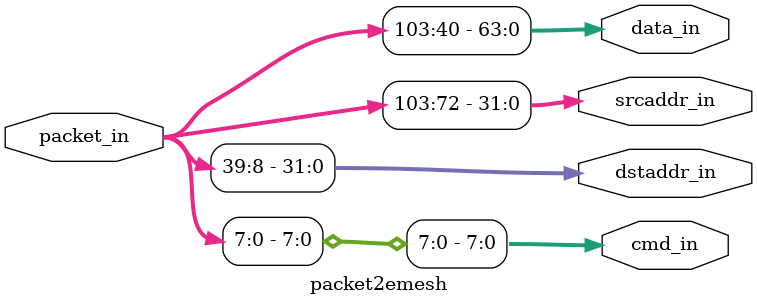
<source format=v>
/*******************************************************************************
 * Function:  Packet-->Memory Mapped Transaction Converter                                     
 * Author:    Andreas Olofsson                                                
 * License:   MIT (see LICENSE file in OH! repository)
 *
 * Documentation:
 * 
 * see ./emesh2packet.v
 * 
 ******************************************************************************/
module packet2emesh 
  #(parameter AW = 32,   // address width 
    parameter PW = 104)  // packet width
   (
    //Input packet
    input [PW-1:0]    packet_in,
    //Emesh signal bundle 
    output [15:0]     cmd_in, // command
    output [AW-1:0]   dstaddr_in, // read/write target address
    output [AW-1:0]   srcaddr_in, // read return address
    output [2*AW-1:0] data_in     // write data
    );

   //Command always situated in lowest byte
   assign cmd_in[7:0] = packet_in[7:0];
   
   generate
      //######################
      // 16-Bit
      //######################
      if(AW==16) begin : aw16
	 if(PW==40) begin : p40
	    assign dstaddr_in[15:0] = packet_in[23:8];
	    assign srcaddr_in[15:0] = packet_in[39:24];
	    assign data_in[15:0]    = {16'b0,packet_in[39:24]};
	 end
	 else begin: perror
	    initial
	      $display ("Combo not supported (PW=%ds AW==%ds)", PW,AW);
	 end
      end // block: aw16
      //######################
      // 32-Bit
      //######################
      if(AW==32) begin : aw32
	 if(PW==72) begin: p72
	    assign dstaddr_in[31:0] = packet_in[39:8];
	    assign srcaddr_in[31:0] = packet_in[71:40];
	    assign data_in[63:0]    = {32'b0,packet_in[71:40]};
	 end
	 else if(PW==80) begin: p80
	    assign dstaddr_in[31:0] = packet_in[39:8];
	    assign srcaddr_in[31:0] = packet_in[71:40];
	    assign data_in[63:0]    = {32'b0,packet_in[71:40]};
	    assign cmd_in[15:8]     = packet_in[79:72];
	 end
	 else if(PW==104) begin: p104
	    assign dstaddr_in[31:0] = packet_in[39:8];
	    assign srcaddr_in[31:0] = packet_in[103:72];
	    assign data_in[63:0]    = packet_in[103:40];
	 end
	 else if(PW==112) begin: p112
	    assign dstaddr_in[31:0] = packet_in[39:8];
	    assign srcaddr_in[31:0] = packet_in[103:72];
	    assign data_in[63:0]    = packet_in[103:40];
	    assign cmd_in[15:8]     = packet_in[111:104];
	 end
	 else begin: perror
	    initial
	      $display ("Combo not supported (PW=%ds AW==%ds)", PW,AW);
	 end
      end // block: aw32
      //######################
      // 64-Bit
      //######################
      if(AW==64) begin : aw64
	 if(PW==136) begin: p136
	    assign dstaddr_in[31:0]  = packet_in[39:8];
	    assign dstaddr_in[63:32] = packet_in[135:104];
	    assign srcaddr_in[31:0]  = packet_in[103:72];
	    assign srcaddr_in[63:32] = packet_in[71:40];
	    assign data_in[127:0]    = {64'b0,packet_in[103:40]};
	 end
	 else if(PW==144) begin: p144
	    assign dstaddr_in[31:0]  = packet_in[39:8];
	    assign dstaddr_in[63:32] = packet_in[135:104];
	    assign srcaddr_in[31:0]  = packet_in[103:72];
	    assign srcaddr_in[63:32] = packet_in[71:40];
	    assign data_in[127:0]    = {64'b0,packet_in[103:40]};
	    assign cmd_in[15:8]      = packet_in[143:136];
	 end
	 else if(PW==200) begin: p200
	    assign dstaddr_in[31:0]  = packet_in[39:8];
	    assign dstaddr_in[63:32] = packet_in[135:104];
	    assign srcaddr_in[31:0]  = packet_in[103:72];
	    assign srcaddr_in[63:32] = packet_in[71:40];
	    assign data_in[63:0]     = packet_in[103:40];
	    assign data_in[127:64]   = packet_in[199:136];
	 end
	 else if(PW==208) begin: p208
	    assign dstaddr_in[31:0]  = packet_in[39:8];
	    assign dstaddr_in[63:32] = packet_in[135:104];
	    assign srcaddr_in[31:0]  = packet_in[103:72];
	    assign srcaddr_in[63:32] = packet_in[71:40];
	    assign data_in[63:0]     = packet_in[103:40];
	    assign data_in[127:64]   = packet_in[199:136];
	    assign cmd_in[15:8]      = packet_in[207:200];
	 end
	 else begin: perror
	    initial
	      $display ("Combo not supported (PW=%ds AW==%ds)", PW,AW);
	 end
      end // block: aw64
      //######################
      // 128-Bit
      //######################
      if(AW==128) begin : aw128
	 if(PW==264) begin: p264
	    assign dstaddr_in[31:0]   = packet_in[39:8];
	    assign dstaddr_in[63:32]  = packet_in[135:104];
	    assign dstaddr_in[127:64] = packet_in[263:200];
	    assign srcaddr_in[31:0]   = packet_in[103:72];
	    assign srcaddr_in[63:32]  = packet_in[71:40];
	    assign srcaddr_in[127:64] = packet_in[199:136];
	    assign data_in[63:0]      = packet_in[103:40];
	    assign data_in[127:64]    = packet_in[199:136];
	    assign data_in[255:128]   = 128'b0;
	 end
	 else if(PW==272) begin: p272
	    assign dstaddr_in[31:0]   = packet_in[39:8];
	    assign dstaddr_in[63:32]  = packet_in[135:104];
	    assign dstaddr_in[127:64] = packet_in[263:200];
	    assign srcaddr_in[31:0]   = packet_in[103:72];
	    assign srcaddr_in[63:32]  = packet_in[71:40];
	    assign srcaddr_in[127:64] = packet_in[199:136];
	    assign data_in[63:0]      = packet_in[103:40];
	    assign data_in[127:64]    = packet_in[199:136];
	    assign data_in[255:128]   = 128'b0;
	    assign cmd_in[15:8]       = packet_in[271:264];
	 end
	 else if(PW==392) begin: p392
	    assign dstaddr_in[31:0]   = packet_in[39:8];
	    assign dstaddr_in[63:32]  = packet_in[135:104];
	    assign dstaddr_in[127:64] = packet_in[263:200];
	    assign srcaddr_in[31:0]   = packet_in[103:72];
	    assign srcaddr_in[63:32]  = packet_in[71:40];
	    assign srcaddr_in[127:64] = packet_in[199:136];
	    assign data_in[63:0]      = packet_in[103:40];
	    assign data_in[127:64]    = packet_in[199:136];
	    assign data_in[255:128]   = packet_in[391:264];
	 end
	 else if(PW==400) begin: p400
	    assign dstaddr_in[31:0]   = packet_in[39:8];
	    assign dstaddr_in[63:32]  = packet_in[135:104];
	    assign dstaddr_in[127:64] = packet_in[263:200];
	    assign srcaddr_in[31:0]   = packet_in[103:72];
	    assign srcaddr_in[63:32]  = packet_in[71:40];
	    assign srcaddr_in[127:64] = packet_in[199:136];
	    assign data_in[63:0]      = packet_in[103:40];
	    assign data_in[127:64]    = packet_in[199:136];
	    assign data_in[255:128]   = packet_in[391:264];
	    assign cmd_in[15:8]       = packet_in[399:392];
	 end
	 else begin: perror
	    initial
	      $display ("Combo not supported (PW=%ds AW==%ds)", PW,AW);
	 end
      end // block: aw128
   endgenerate  

endmodule // packet2emesh




</source>
